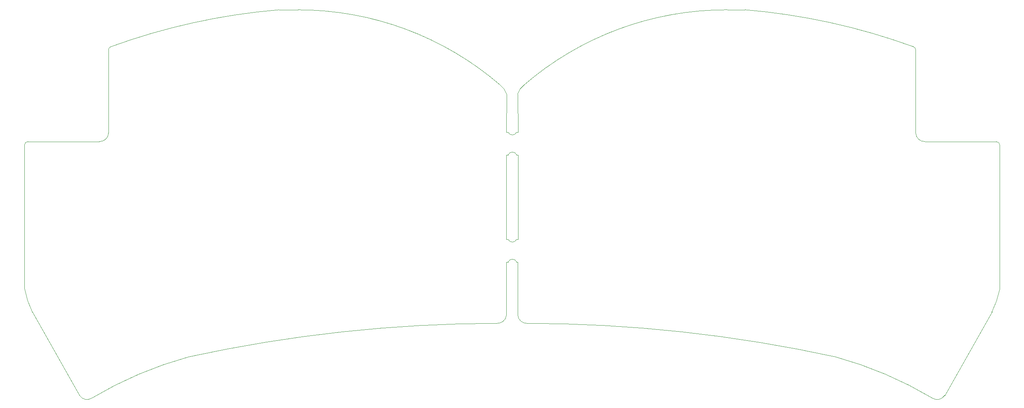
<source format=gm1>
%TF.GenerationSoftware,KiCad,Pcbnew,(6.0.4-0)*%
%TF.CreationDate,2022-04-01T22:46:22+02:00*%
%TF.ProjectId,sweepv2.1,73776565-7076-4322-9e31-2e6b69636164,rev?*%
%TF.SameCoordinates,Original*%
%TF.FileFunction,Profile,NP*%
%FSLAX46Y46*%
G04 Gerber Fmt 4.6, Leading zero omitted, Abs format (unit mm)*
G04 Created by KiCad (PCBNEW (6.0.4-0)) date 2022-04-01 22:46:22*
%MOMM*%
%LPD*%
G01*
G04 APERTURE LIST*
%TA.AperFunction,Profile*%
%ADD10C,0.050000*%
%TD*%
G04 APERTURE END LIST*
D10*
X131508500Y-77724000D02*
X131506254Y-89547024D01*
X220004999Y-48946165D02*
X219998045Y-30439419D01*
X223714000Y-108050000D02*
G75*
G03*
X226446000Y-107451265I1070000J1650000D01*
G01*
X220005034Y-48946164D02*
G75*
G03*
X222040000Y-50877083I1999966J69964D01*
G01*
X219563295Y-29758875D02*
G75*
G03*
X182067777Y-21502679I-49442795J-135273425D01*
G01*
X178120389Y-21508128D02*
G75*
G03*
X132893000Y-38265000I-253989J-68728072D01*
G01*
X238688017Y-51627083D02*
G75*
G03*
X237938000Y-50877083I-750017J-17D01*
G01*
X132893000Y-38265000D02*
G75*
G03*
X131466055Y-40278702I2445000J-3245000D01*
G01*
X131506294Y-89547021D02*
G75*
G03*
X133544000Y-91383119I1978006J146421D01*
G01*
X219998002Y-30439419D02*
G75*
G03*
X219563290Y-29758889I-750002J19D01*
G01*
X223714000Y-108050000D02*
G75*
G03*
X202185134Y-98863946I-44316000J-74040000D01*
G01*
X222040000Y-50877083D02*
X237938000Y-50877083D01*
X202185136Y-98863939D02*
G75*
G03*
X133544000Y-91383119I-69219136J-316475461D01*
G01*
X238688000Y-58420000D02*
X238688000Y-66548000D01*
X236953304Y-88858150D02*
X226446000Y-107451265D01*
X236953312Y-88858154D02*
G75*
G03*
X238690000Y-83850000I-18792912J9322054D01*
G01*
X182067777Y-21502679D02*
X178120389Y-21508139D01*
X238688000Y-51627083D02*
X238688000Y-58420000D01*
X131466055Y-40278702D02*
X131572000Y-48768000D01*
X129349500Y-48768000D02*
X128960000Y-48768000D01*
X238688000Y-66548000D02*
X238688000Y-75438000D01*
X238688000Y-75438000D02*
X238690000Y-83850000D01*
X129349500Y-72644000D02*
X128960000Y-72644000D01*
X129349500Y-53848000D02*
X128960000Y-53848000D01*
X129349500Y-77724000D02*
X128960000Y-77724000D01*
X131572000Y-53848000D02*
X131572000Y-72644000D01*
X78412223Y-21502679D02*
X82613611Y-21508139D01*
X21792000Y-51627083D02*
X21792000Y-58420000D01*
X128960000Y-77724000D02*
X128975507Y-89545022D01*
X129013945Y-40278702D02*
G75*
G03*
X127587000Y-38265000I-3871945J-1231298D01*
G01*
X126936000Y-91383122D02*
G75*
G03*
X128975507Y-89545022I59500J1984522D01*
G01*
X40481999Y-48949082D02*
X40481955Y-30439419D01*
X21792000Y-66548000D02*
X21792000Y-73914000D01*
X23526696Y-88858150D02*
X34034000Y-107451265D01*
X38446998Y-50880017D02*
G75*
G03*
X40481999Y-48949082I35002J2000917D01*
G01*
X78412223Y-21502678D02*
G75*
G03*
X40916710Y-29758889I11947327J-143529582D01*
G01*
X126936000Y-91383119D02*
G75*
G03*
X58294866Y-98863946I578050J-323956411D01*
G01*
X21789999Y-83530000D02*
G75*
G03*
X23526696Y-88858150I19062771J3266350D01*
G01*
X22542000Y-50877100D02*
G75*
G03*
X21792000Y-51627083I0J-750000D01*
G01*
X21792000Y-58420000D02*
X21792000Y-66548000D01*
X40916692Y-29758850D02*
G75*
G03*
X40481955Y-30439419I315308J-680550D01*
G01*
X34034000Y-107451265D02*
G75*
G03*
X36766000Y-108050000I1662000J1051265D01*
G01*
X127586989Y-38265013D02*
G75*
G03*
X82613611Y-21508139I-44973389J-51973087D01*
G01*
X58294866Y-98863946D02*
G75*
G03*
X36766000Y-108050000I22787134J-83226054D01*
G01*
X21792000Y-73914000D02*
X21790000Y-83530000D01*
X128960000Y-53848000D02*
X128960000Y-72644000D01*
X129013945Y-40278702D02*
X128960000Y-48768000D01*
X131508500Y-77724000D02*
X131254500Y-77724000D01*
X131572000Y-48768000D02*
X131254500Y-48768000D01*
X131254499Y-77724001D02*
G75*
G03*
X129349501Y-77724000I-952499J-380999D01*
G01*
X131254499Y-53848001D02*
G75*
G03*
X129349501Y-53848000I-952499J-380999D01*
G01*
X131572000Y-53848000D02*
X131254500Y-53848000D01*
X131572000Y-72644000D02*
X131254500Y-72644000D01*
X129349501Y-72643999D02*
G75*
G03*
X131254499Y-72644000I952499J380999D01*
G01*
X22542000Y-50877083D02*
X38446998Y-50880000D01*
X129349501Y-48767999D02*
G75*
G03*
X131254499Y-48768000I952499J380999D01*
G01*
M02*

</source>
